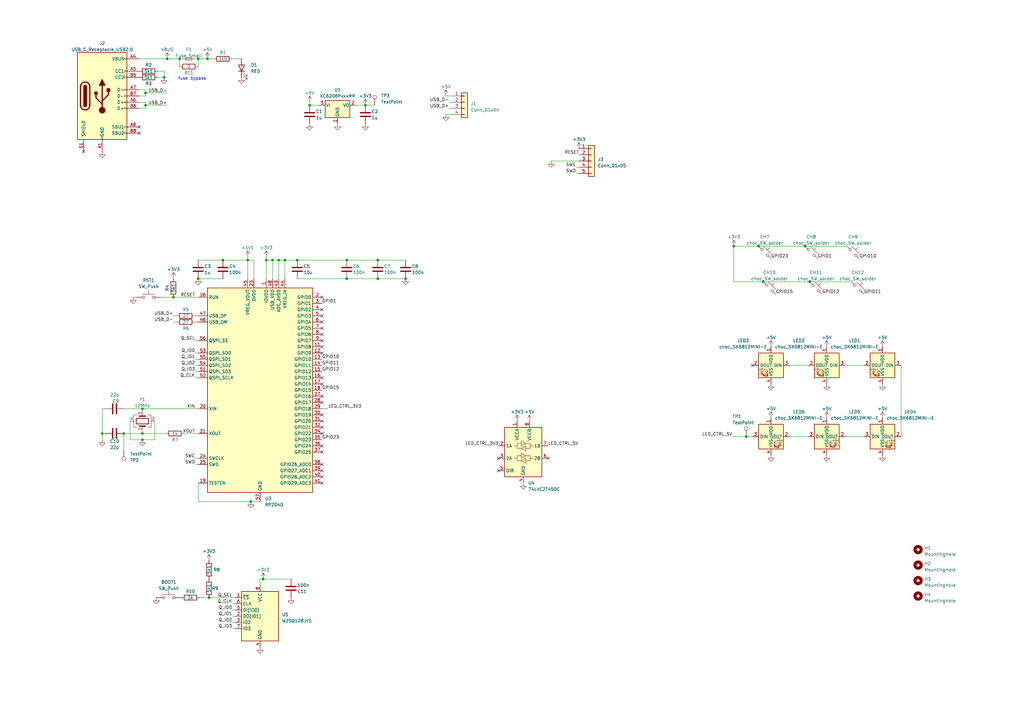
<source format=kicad_sch>
(kicad_sch (version 20230121) (generator eeschema)
  (paper "A3")
  (lib_symbols
    (symbol "Connector:TestPoint" (pin_numbers hide) (pin_names (offset 0.762) hide)
      (property "Reference" "TP" (at 0 6.858 0))
      (property "Value" "TestPoint" (at 0 5.08 0))
      (symbol "TestPoint_0_1"
        (circle (center 0 3.302) (radius 0.762))
      )
      (symbol "TestPoint_1_1"
        (pin passive line (at 0 0 90) (length 2.54) (name "1") (number "1"))
      )
    )
    (symbol "Connector:USB_C_Receptacle_USB2.0" (pin_names (offset 1.016))
      (property "Reference" "J" (at -10.16 19.05 0))
      (property "Value" "USB_C_Receptacle_USB2.0" (at 19.05 19.05 0))
      (symbol "USB_C_Receptacle_USB2.0_0_0"
        (rectangle (start -0.254 -17.78) (end 0.254 -16.764))
        (rectangle (start 10.16 -14.986) (end 9.144 -15.494))
        (rectangle (start 10.16 -12.446) (end 9.144 -12.954))
        (rectangle (start 10.16 -4.826) (end 9.144 -5.334))
        (rectangle (start 10.16 -2.286) (end 9.144 -2.794))
        (rectangle (start 10.16 0.254) (end 9.144 -0.254))
        (rectangle (start 10.16 2.794) (end 9.144 2.286))
        (rectangle (start 10.16 7.874) (end 9.144 7.366))
        (rectangle (start 10.16 10.414) (end 9.144 9.906))
        (rectangle (start 10.16 15.494) (end 9.144 14.986))
      )
      (symbol "USB_C_Receptacle_USB2.0_0_1"
        (rectangle (start -10.16 17.78) (end 10.16 -17.78) (stroke (width 0.254)) (fill (type background)))
        (arc (start -8.89 -3.81) (mid -6.985 -5.7067) (end -5.08 -3.81) (stroke (width 0.508)))
        (arc (start -7.62 -3.81) (mid -6.985 -4.4423) (end -6.35 -3.81) (stroke (width 0.254)))
        (arc (start -7.62 -3.81) (mid -6.985 -4.4423) (end -6.35 -3.81) (stroke (width 0.254)) (fill (type outline)))
        (rectangle (start -7.62 -3.81) (end -6.35 3.81) (stroke (width 0.254)) (fill (type outline)))
        (arc (start -6.35 3.81) (mid -6.985 4.4423) (end -7.62 3.81) (stroke (width 0.254)))
        (arc (start -6.35 3.81) (mid -6.985 4.4423) (end -7.62 3.81) (stroke (width 0.254)) (fill (type outline)))
        (arc (start -5.08 3.81) (mid -6.985 5.7067) (end -8.89 3.81) (stroke (width 0.508)))
        (circle (center -2.54 1.143) (radius 0.635) (stroke (width 0.254)) (fill (type outline)))
        (circle (center 0 -5.842) (radius 1.27) (fill (type outline)))
        (polyline (pts (xy -8.89 -3.81) (xy -8.89 3.81)) (stroke (width 0.508)))
        (polyline (pts (xy -5.08 3.81) (xy -5.08 -3.81)) (stroke (width 0.508)))
        (polyline (pts (xy 0 -5.842) (xy 0 4.318)) (stroke (width 0.508)))
        (polyline (pts (xy 0 -3.302) (xy -2.54 -0.762) (xy -2.54 0.508)) (stroke (width 0.508)))
        (polyline (pts (xy 0 -2.032) (xy 2.54 0.508) (xy 2.54 1.778)) (stroke (width 0.508)))
        (polyline (pts (xy -1.27 4.318) (xy 0 6.858) (xy 1.27 4.318) (xy -1.27 4.318)) (stroke (width 0.254)) (fill (type outline)))
        (rectangle (start 1.905 1.778) (end 3.175 3.048) (stroke (width 0.254)) (fill (type outline)))
      )
      (symbol "USB_C_Receptacle_USB2.0_1_1"
        (pin passive line (at 0 -22.86 90) (length 5.08) (name "GND") (number "A1"))
        (pin passive line (at 0 -22.86 90) (length 5.08) hide (name "GND") (number "A12"))
        (pin passive line (at 15.24 15.24 180) (length 5.08) (name "VBUS") (number "A4"))
        (pin bidirectional line (at 15.24 10.16 180) (length 5.08) (name "CC1") (number "A5"))
        (pin bidirectional line (at 15.24 -2.54 180) (length 5.08) (name "D+") (number "A6"))
        (pin bidirectional line (at 15.24 2.54 180) (length 5.08) (name "D-") (number "A7"))
        (pin bidirectional line (at 15.24 -12.7 180) (length 5.08) (name "SBU1") (number "A8"))
        (pin passive line (at 15.24 15.24 180) (length 5.08) hide (name "VBUS") (number "A9"))
        (pin passive line (at 0 -22.86 90) (length 5.08) hide (name "GND") (number "B1"))
        (pin passive line (at 0 -22.86 90) (length 5.08) hide (name "GND") (number "B12"))
        (pin passive line (at 15.24 15.24 180) (length 5.08) hide (name "VBUS") (number "B4"))
        (pin bidirectional line (at 15.24 7.62 180) (length 5.08) (name "CC2") (number "B5"))
        (pin bidirectional line (at 15.24 -5.08 180) (length 5.08) (name "D+") (number "B6"))
        (pin bidirectional line (at 15.24 0 180) (length 5.08) (name "D-") (number "B7"))
        (pin bidirectional line (at 15.24 -15.24 180) (length 5.08) (name "SBU2") (number "B8"))
        (pin passive line (at 15.24 15.24 180) (length 5.08) hide (name "VBUS") (number "B9"))
        (pin passive line (at -7.62 -22.86 90) (length 5.08) (name "SHIELD") (number "S1"))
      )
    )
    (symbol "Connector_Generic:Conn_01x04" (pin_names (offset 1.016) hide)
      (property "Reference" "J" (at 0 5.08 0))
      (property "Value" "Conn_01x04" (at 0 -7.62 0))
      (symbol "Conn_01x04_1_1"
        (rectangle (start -1.27 -4.953) (end 0 -5.207) (stroke (width 0.1524)))
        (rectangle (start -1.27 -2.413) (end 0 -2.667) (stroke (width 0.1524)))
        (rectangle (start -1.27 0.127) (end 0 -0.127) (stroke (width 0.1524)))
        (rectangle (start -1.27 2.667) (end 0 2.413) (stroke (width 0.1524)))
        (rectangle (start -1.27 3.81) (end 1.27 -6.35) (stroke (width 0.254)) (fill (type background)))
        (pin passive line (at -5.08 2.54 0) (length 3.81) (name "Pin_1") (number "1"))
        (pin passive line (at -5.08 0 0) (length 3.81) (name "Pin_2") (number "2"))
        (pin passive line (at -5.08 -2.54 0) (length 3.81) (name "Pin_3") (number "3"))
        (pin passive line (at -5.08 -5.08 0) (length 3.81) (name "Pin_4") (number "4"))
      )
    )
    (symbol "Connector_Generic:Conn_01x05" (pin_names (offset 1.016) hide)
      (property "Reference" "J" (at 0 7.62 0))
      (property "Value" "Conn_01x05" (at 0 -7.62 0))
      (symbol "Conn_01x05_1_1"
        (rectangle (start -1.27 -4.953) (end 0 -5.207) (stroke (width 0.1524)))
        (rectangle (start -1.27 -2.413) (end 0 -2.667) (stroke (width 0.1524)))
        (rectangle (start -1.27 0.127) (end 0 -0.127) (stroke (width 0.1524)))
        (rectangle (start -1.27 2.667) (end 0 2.413) (stroke (width 0.1524)))
        (rectangle (start -1.27 5.207) (end 0 4.953) (stroke (width 0.1524)))
        (rectangle (start -1.27 6.35) (end 1.27 -6.35) (stroke (width 0.254)) (fill (type background)))
        (pin passive line (at -5.08 5.08 0) (length 3.81) (name "Pin_1") (number "1"))
        (pin passive line (at -5.08 2.54 0) (length 3.81) (name "Pin_2") (number "2"))
        (pin passive line (at -5.08 0 0) (length 3.81) (name "Pin_3") (number "3"))
        (pin passive line (at -5.08 -2.54 0) (length 3.81) (name "Pin_4") (number "4"))
        (pin passive line (at -5.08 -5.08 0) (length 3.81) (name "Pin_5") (number "5"))
      )
    )
    (symbol "Device:C" (pin_numbers hide) (pin_names (offset 0.254))
      (property "Reference" "C" (at 0.635 2.54 0))
      (property "Value" "C" (at 0.635 -2.54 0))
      (symbol "C_0_1"
        (polyline (pts (xy -2.032 -0.762) (xy 2.032 -0.762)) (stroke (width 0.508)))
        (polyline (pts (xy -2.032 0.762) (xy 2.032 0.762)) (stroke (width 0.508)))
      )
      (symbol "C_1_1"
        (pin passive line (at 0 3.81 270) (length 2.794) (name "~") (number "1"))
        (pin passive line (at 0 -3.81 90) (length 2.794) (name "~") (number "2"))
      )
    )
    (symbol "Device:Crystal_GND24" (pin_names (offset 1.016) hide)
      (property "Reference" "Y" (at 3.175 5.08 0))
      (property "Value" "Crystal_GND24" (at 3.175 3.175 0))
      (symbol "Crystal_GND24_0_1"
        (rectangle (start -1.143 2.54) (end 1.143 -2.54) (stroke (width 0.3048)))
        (polyline (pts (xy -2.54 0) (xy -2.032 0)))
        (polyline (pts (xy -2.032 -1.27) (xy -2.032 1.27)) (stroke (width 0.508)))
        (polyline (pts (xy 0 -3.81) (xy 0 -3.556)))
        (polyline (pts (xy 0 3.556) (xy 0 3.81)))
        (polyline (pts (xy 2.032 -1.27) (xy 2.032 1.27)) (stroke (width 0.508)))
        (polyline (pts (xy 2.032 0) (xy 2.54 0)))
        (polyline (pts (xy -2.54 -2.286) (xy -2.54 -3.556) (xy 2.54 -3.556) (xy 2.54 -2.286)))
        (polyline (pts (xy -2.54 2.286) (xy -2.54 3.556) (xy 2.54 3.556) (xy 2.54 2.286)))
      )
      (symbol "Crystal_GND24_1_1"
        (pin passive line (at -3.81 0 0) (length 1.27) (name "1") (number "1"))
        (pin passive line (at 0 5.08 270) (length 1.27) (name "2") (number "2"))
        (pin passive line (at 3.81 0 180) (length 1.27) (name "3") (number "3"))
        (pin passive line (at 0 -5.08 90) (length 1.27) (name "4") (number "4"))
      )
    )
    (symbol "Device:Fuse_Small" (pin_numbers hide) (pin_names (offset 0.254) hide)
      (property "Reference" "F" (at 0 -1.524 0))
      (property "Value" "Fuse_Small" (at 0 1.524 0))
      (symbol "Fuse_Small_0_1"
        (rectangle (start -1.27 0.508) (end 1.27 -0.508))
        (polyline (pts (xy -1.27 0) (xy 1.27 0)))
      )
      (symbol "Fuse_Small_1_1"
        (pin passive line (at -2.54 0 0) (length 1.27) (name "~") (number "1"))
        (pin passive line (at 2.54 0 180) (length 1.27) (name "~") (number "2"))
      )
    )
    (symbol "Device:LED" (pin_numbers hide) (pin_names (offset 1.016) hide)
      (property "Reference" "D" (at 0 2.54 0))
      (property "Value" "LED" (at 0 -2.54 0))
      (symbol "LED_0_1"
        (polyline (pts (xy -1.27 -1.27) (xy -1.27 1.27)) (stroke (width 0.254)))
        (polyline (pts (xy -1.27 0) (xy 1.27 0)))
        (polyline (pts (xy 1.27 -1.27) (xy 1.27 1.27) (xy -1.27 0) (xy 1.27 -1.27)) (stroke (width 0.254)))
        (polyline (pts (xy -3.048 -0.762) (xy -4.572 -2.286) (xy -3.81 -2.286) (xy -4.572 -2.286) (xy -4.572 -1.524)))
        (polyline (pts (xy -1.778 -0.762) (xy -3.302 -2.286) (xy -2.54 -2.286) (xy -3.302 -2.286) (xy -3.302 -1.524)))
      )
      (symbol "LED_1_1"
        (pin passive line (at -3.81 0 0) (length 2.54) (name "K") (number "1"))
        (pin passive line (at 3.81 0 180) (length 2.54) (name "A") (number "2"))
      )
    )
    (symbol "Device:R" (pin_numbers hide) (pin_names (offset 0))
      (property "Reference" "R" (at 2.032 0 90))
      (property "Value" "R" (at 0 0 90))
      (symbol "R_0_1"
        (rectangle (start -1.016 -2.54) (end 1.016 2.54) (stroke (width 0.254)))
      )
      (symbol "R_1_1"
        (pin passive line (at 0 3.81 270) (length 1.27) (name "~") (number "1"))
        (pin passive line (at 0 -3.81 90) (length 1.27) (name "~") (number "2"))
      )
    )
    (symbol "Logic_LevelTranslator:74LVC2T45DC"
      (property "Reference" "U" (at 6.35 -11.43 0))
      (property "Value" "74LVC2T45DC" (at 10.16 11.43 0))
      (symbol "74LVC2T45DC_1_1"
        (rectangle (start -7.62 10.16) (end 7.62 -10.16) (stroke (width 0.254)) (fill (type background)))
        (polyline (pts (xy -2.54 -2.54) (xy -2.54 -1.524) (xy -0.762 -1.524)))
        (polyline (pts (xy -2.54 2.54) (xy -2.54 3.556) (xy -0.762 3.556)))
        (polyline (pts (xy 2.794 -2.54) (xy 2.794 -3.556) (xy 1.016 -3.556)))
        (polyline (pts (xy 2.794 2.54) (xy 2.794 1.524) (xy 1.016 1.524)))
        (polyline (pts (xy -0.762 -3.556) (xy -2.54 -3.556) (xy -2.54 -2.54) (xy -3.81 -2.54)))
        (polyline (pts (xy -0.762 -2.54) (xy -0.762 -0.508) (xy 1.016 -1.524) (xy -0.762 -2.54)))
        (polyline (pts (xy -0.762 1.524) (xy -2.54 1.524) (xy -2.54 2.54) (xy -3.81 2.54)))
        (polyline (pts (xy -0.762 2.54) (xy -0.762 4.572) (xy 1.016 3.556) (xy -0.762 2.54)))
        (polyline (pts (xy 1.016 -1.524) (xy 2.794 -1.524) (xy 2.794 -2.54) (xy 4.064 -2.54)))
        (polyline (pts (xy 1.016 3.556) (xy 2.794 3.556) (xy 2.794 2.54) (xy 4.064 2.54)))
        (polyline (pts (xy 1.016 -2.54) (xy 1.016 -4.318) (xy 1.016 -4.572) (xy -0.762 -3.556) (xy 1.016 -2.54)))
        (polyline (pts (xy 1.016 2.54) (xy 1.016 0.762) (xy 1.016 0.508) (xy -0.762 1.524) (xy 1.016 2.54)))
        (pin power_in line (at -2.54 12.7 270) (length 2.54) (name "VCCA") (number "1"))
        (pin bidirectional line (at -10.16 2.54 0) (length 2.54) (name "1A") (number "2"))
        (pin bidirectional line (at -10.16 -2.54 0) (length 2.54) (name "2A") (number "3"))
        (pin power_in line (at 0 -12.7 90) (length 2.54) (name "GND") (number "4"))
        (pin input line (at -10.16 -7.62 0) (length 2.54) (name "DIR") (number "5"))
        (pin bidirectional line (at 10.16 -2.54 180) (length 2.54) (name "2B") (number "6"))
        (pin bidirectional line (at 10.16 2.54 180) (length 2.54) (name "1B") (number "7"))
        (pin power_in line (at 2.54 12.7 270) (length 2.54) (name "VCCB") (number "8"))
      )
    )
    (symbol "MCU_RaspberryPi:RP2040"
      (property "Reference" "U" (at 17.78 45.72 0))
      (property "Value" "RP2040" (at 17.78 43.18 0))
      (symbol "RP2040_0_1"
        (rectangle (start -21.59 41.91) (end 21.59 -41.91) (stroke (width 0.254)) (fill (type background)))
      )
      (symbol "RP2040_1_1"
        (pin power_in line (at 2.54 45.72 270) (length 3.81) (name "IOVDD") (number "1"))
        (pin passive line (at 2.54 45.72 270) (length 3.81) hide (name "IOVDD") (number "10"))
        (pin bidirectional line (at 25.4 17.78 180) (length 3.81) (name "GPIO8") (number "11"))
        (pin bidirectional line (at 25.4 15.24 180) (length 3.81) (name "GPIO9") (number "12"))
        (pin bidirectional line (at 25.4 12.7 180) (length 3.81) (name "GPIO10") (number "13"))
        (pin bidirectional line (at 25.4 10.16 180) (length 3.81) (name "GPIO11") (number "14"))
        (pin bidirectional line (at 25.4 7.62 180) (length 3.81) (name "GPIO12") (number "15"))
        (pin bidirectional line (at 25.4 5.08 180) (length 3.81) (name "GPIO13") (number "16"))
        (pin bidirectional line (at 25.4 2.54 180) (length 3.81) (name "GPIO14") (number "17"))
        (pin bidirectional line (at 25.4 0 180) (length 3.81) (name "GPIO15") (number "18"))
        (pin input line (at -25.4 -38.1 0) (length 3.81) (name "TESTEN") (number "19"))
        (pin bidirectional line (at 25.4 38.1 180) (length 3.81) (name "GPIO0") (number "2"))
        (pin input line (at -25.4 -7.62 0) (length 3.81) (name "XIN") (number "20"))
        (pin passive line (at -25.4 -17.78 0) (length 3.81) (name "XOUT") (number "21"))
        (pin passive line (at 2.54 45.72 270) (length 3.81) hide (name "IOVDD") (number "22"))
        (pin power_in line (at -2.54 45.72 270) (length 3.81) (name "DVDD") (number "23"))
        (pin output line (at -25.4 -27.94 0) (length 3.81) (name "SWCLK") (number "24"))
        (pin bidirectional line (at -25.4 -30.48 0) (length 3.81) (name "SWD") (number "25"))
        (pin input line (at -25.4 38.1 0) (length 3.81) (name "RUN") (number "26"))
        (pin bidirectional line (at 25.4 -2.54 180) (length 3.81) (name "GPIO16") (number "27"))
        (pin bidirectional line (at 25.4 -5.08 180) (length 3.81) (name "GPIO17") (number "28"))
        (pin bidirectional line (at 25.4 -7.62 180) (length 3.81) (name "GPIO18") (number "29"))
        (pin bidirectional line (at 25.4 35.56 180) (length 3.81) (name "GPIO1") (number "3"))
        (pin bidirectional line (at 25.4 -10.16 180) (length 3.81) (name "GPIO19") (number "30"))
        (pin bidirectional line (at 25.4 -12.7 180) (length 3.81) (name "GPIO20") (number "31"))
        (pin bidirectional line (at 25.4 -15.24 180) (length 3.81) (name "GPIO21") (number "32"))
        (pin passive line (at 2.54 45.72 270) (length 3.81) hide (name "IOVDD") (number "33"))
        (pin bidirectional line (at 25.4 -17.78 180) (length 3.81) (name "GPIO22") (number "34"))
        (pin bidirectional line (at 25.4 -20.32 180) (length 3.81) (name "GPIO23") (number "35"))
        (pin bidirectional line (at 25.4 -22.86 180) (length 3.81) (name "GPIO24") (number "36"))
        (pin bidirectional line (at 25.4 -25.4 180) (length 3.81) (name "GPIO25") (number "37"))
        (pin bidirectional line (at 25.4 -30.48 180) (length 3.81) (name "GPIO26_ADC0") (number "38"))
        (pin bidirectional line (at 25.4 -33.02 180) (length 3.81) (name "GPIO27_ADC1") (number "39"))
        (pin bidirectional line (at 25.4 33.02 180) (length 3.81) (name "GPIO2") (number "4"))
        (pin bidirectional line (at 25.4 -35.56 180) (length 3.81) (name "GPIO28_ADC2") (number "40"))
        (pin bidirectional line (at 25.4 -38.1 180) (length 3.81) (name "GPIO29_ADC3") (number "41"))
        (pin passive line (at 2.54 45.72 270) (length 3.81) hide (name "IOVDD") (number "42"))
        (pin power_in line (at 7.62 45.72 270) (length 3.81) (name "ADC_AVDD") (number "43"))
        (pin power_in line (at 10.16 45.72 270) (length 3.81) (name "VREG_IN") (number "44"))
        (pin power_out line (at -5.08 45.72 270) (length 3.81) (name "VREG_VOUT") (number "45"))
        (pin bidirectional line (at -25.4 27.94 0) (length 3.81) (name "USB_DM") (number "46"))
        (pin bidirectional line (at -25.4 30.48 0) (length 3.81) (name "USB_DP") (number "47"))
        (pin power_in line (at 5.08 45.72 270) (length 3.81) (name "USB_VDD") (number "48"))
        (pin passive line (at 2.54 45.72 270) (length 3.81) hide (name "IOVDD") (number "49"))
        (pin bidirectional line (at 25.4 30.48 180) (length 3.81) (name "GPIO3") (number "5"))
        (pin passive line (at -2.54 45.72 270) (length 3.81) hide (name "DVDD") (number "50"))
        (pin bidirectional line (at -25.4 7.62 0) (length 3.81) (name "QSPI_SD3") (number "51"))
        (pin output line (at -25.4 5.08 0) (length 3.81) (name "QSPI_SCLK") (number "52"))
        (pin bidirectional line (at -25.4 15.24 0) (length 3.81) (name "QSPI_SD0") (number "53"))
        (pin bidirectional line (at -25.4 10.16 0) (length 3.81) (name "QSPI_SD2") (number "54"))
        (pin bidirectional line (at -25.4 12.7 0) (length 3.81) (name "QSPI_SD1") (number "55"))
        (pin bidirectional line (at -25.4 20.32 0) (length 3.81) (name "QSPI_SS") (number "56"))
        (pin power_in line (at 0 -45.72 90) (length 3.81) (name "GND") (number "57"))
        (pin bidirectional line (at 25.4 27.94 180) (length 3.81) (name "GPIO4") (number "6"))
        (pin bidirectional line (at 25.4 25.4 180) (length 3.81) (name "GPIO5") (number "7"))
        (pin bidirectional line (at 25.4 22.86 180) (length 3.81) (name "GPIO6") (number "8"))
        (pin bidirectional line (at 25.4 20.32 180) (length 3.81) (name "GPIO7") (number "9"))
      )
    )
    (symbol "Mechanical:MountingHole" (pin_names (offset 1.016))
      (property "Reference" "H" (at 0 5.08 0))
      (property "Value" "MountingHole" (at 0 3.175 0))
      (symbol "MountingHole_0_1"
        (circle (center 0 0) (radius 1.27) (stroke (width 1.27)))
      )
    )
    (symbol "Memory_Flash:W25Q128JVS"
      (property "Reference" "U" (at -8.89 8.89 0))
      (property "Value" "W25Q128JVS" (at 7.62 8.89 0))
      (symbol "W25Q128JVS_0_1"
        (rectangle (start -7.62 10.16) (end 7.62 -10.16) (stroke (width 0.254)) (fill (type background)))
      )
      (symbol "W25Q128JVS_1_1"
        (pin input line (at -10.16 7.62 0) (length 2.54) (name "~{CS}") (number "1"))
        (pin bidirectional line (at -10.16 0 0) (length 2.54) (name "DO(IO1)") (number "2"))
        (pin bidirectional line (at -10.16 -2.54 0) (length 2.54) (name "IO2") (number "3"))
        (pin power_in line (at 0 -12.7 90) (length 2.54) (name "GND") (number "4"))
        (pin bidirectional line (at -10.16 2.54 0) (length 2.54) (name "DI(IO0)") (number "5"))
        (pin input line (at -10.16 5.08 0) (length 2.54) (name "CLK") (number "6"))
        (pin bidirectional line (at -10.16 -5.08 0) (length 2.54) (name "IO3") (number "7"))
        (pin power_in line (at 0 12.7 270) (length 2.54) (name "VCC") (number "8"))
      )
    )
    (symbol "PCM_marbastlib-choc:choc_SK6812MINI-E"
      (property "Reference" "LED" (at 2.54 6.35 0))
      (property "Value" "choc_SK6812MINI-E" (at 10.795 -6.35 0))
      (symbol "choc_SK6812MINI-E_0_0"
        (text "RGB" (at 2.286 -4.191 0) (effects (font (size 0.762 0.762))))
      )
      (symbol "choc_SK6812MINI-E_0_1"
        (rectangle (start -5.08 5.08) (end 5.08 -5.08) (stroke (width 0.254)) (fill (type background)))
        (polyline (pts (xy 1.27 -3.556) (xy 1.778 -3.556)))
        (polyline (pts (xy 1.27 -2.54) (xy 1.778 -2.54)))
        (polyline (pts (xy 4.699 -3.556) (xy 2.667 -3.556)))
        (polyline (pts (xy 2.286 -2.54) (xy 1.27 -3.556) (xy 1.27 -3.048)))
        (polyline (pts (xy 2.286 -1.524) (xy 1.27 -2.54) (xy 1.27 -2.032)))
        (polyline (pts (xy 3.683 -1.016) (xy 3.683 -3.556) (xy 3.683 -4.064)))
        (polyline (pts (xy 4.699 -1.524) (xy 2.667 -1.524) (xy 3.683 -3.556) (xy 4.699 -1.524)))
      )
      (symbol "choc_SK6812MINI-E_1_1"
        (pin power_in line (at 0 7.62 270) (length 2.54) (name "VDD") (number "1"))
        (pin output line (at 7.62 0 180) (length 2.54) (name "DOUT") (number "2"))
        (pin input line (at -7.62 0 0) (length 2.54) (name "DIN") (number "3"))
        (pin power_in line (at 0 -7.62 90) (length 2.54) (name "VSS") (number "4"))
      )
    )
    (symbol "PCM_marbastlib-choc:choc_SW_solder" (pin_numbers hide) (pin_names (offset 1.016) hide)
      (property "Reference" "CH" (at 3.048 1.016 0))
      (property "Value" "choc_SW_solder" (at 0 -3.81 0))
      (symbol "choc_SW_solder_0_1"
        (circle (center -1.1684 1.1684) (radius 0.508))
        (polyline (pts (xy -0.508 2.54) (xy 2.54 -0.508)))
        (polyline (pts (xy 1.016 1.016) (xy 2.032 2.032)))
        (polyline (pts (xy -2.54 2.54) (xy -1.524 1.524) (xy -1.524 1.524)))
        (polyline (pts (xy 1.524 -1.524) (xy 2.54 -2.54) (xy 2.54 -2.54) (xy 2.54 -2.54)))
        (circle (center 1.143 -1.1938) (radius 0.508))
        (pin passive line (at -2.54 2.54 0) (length 0) (name "1") (number "1"))
        (pin passive line (at 2.54 -2.54 180) (length 0) (name "2") (number "2"))
      )
    )
    (symbol "Regulator_Linear:XC6206PxxxMR" (pin_names (offset 0.254))
      (property "Reference" "U" (at -3.81 3.175 0))
      (property "Value" "XC6206PxxxMR" (at 0 3.175 0))
      (symbol "XC6206PxxxMR_0_1"
        (rectangle (start -5.08 1.905) (end 5.08 -5.08) (stroke (width 0.254)) (fill (type background)))
      )
      (symbol "XC6206PxxxMR_1_1"
        (pin power_in line (at 0 -7.62 90) (length 2.54) (name "GND") (number "1"))
        (pin power_out line (at 7.62 0 180) (length 2.54) (name "VO") (number "2"))
        (pin power_in line (at -7.62 0 0) (length 2.54) (name "VI") (number "3"))
      )
    )
    (symbol "Switch:SW_Push" (pin_numbers hide) (pin_names (offset 1.016) hide)
      (property "Reference" "SW" (at 1.27 2.54 0))
      (property "Value" "SW_Push" (at 0 -1.524 0))
      (symbol "SW_Push_0_1"
        (circle (center -2.032 0) (radius 0.508))
        (polyline (pts (xy 0 1.27) (xy 0 3.048)))
        (polyline (pts (xy 2.54 1.27) (xy -2.54 1.27)))
        (circle (center 2.032 0) (radius 0.508))
        (pin passive line (at -5.08 0 0) (length 2.54) (name "1") (number "1"))
        (pin passive line (at 5.08 0 180) (length 2.54) (name "2") (number "2"))
      )
    )
    (symbol "power:+1V1" (power) (pin_names (offset 0))
      (property "Value" "+1V1" (at 0 3.556 0))
      (symbol "+1V1_0_1"
        (polyline (pts (xy -0.762 1.27) (xy 0 2.54)))
        (polyline (pts (xy 0 0) (xy 0 2.54)))
        (polyline (pts (xy 0 2.54) (xy 0.762 1.27)))
      )
      (symbol "+1V1_1_1"
        (pin power_in line (at 0 0 90) (length 0) hide (name "+1V1") (number "1"))
      )
    )
    (symbol "power:+3V3" (power) (pin_names (offset 0))
      (property "Value" "+3V3" (at 0 3.556 0))
      (symbol "+3V3_0_1"
        (polyline (pts (xy -0.762 1.27) (xy 0 2.54)))
        (polyline (pts (xy 0 0) (xy 0 2.54)))
        (polyline (pts (xy 0 2.54) (xy 0.762 1.27)))
      )
      (symbol "+3V3_1_1"
        (pin power_in line (at 0 0 90) (length 0) hide (name "+3V3") (number "1"))
      )
    )
    (symbol "power:+5V" (power) (pin_names (offset 0))
      (property "Value" "+5V" (at 0 3.556 0))
      (symbol "+5V_0_1"
        (polyline (pts (xy -0.762 1.27) (xy 0 2.54)))
        (polyline (pts (xy 0 0) (xy 0 2.54)))
        (polyline (pts (xy 0 2.54) (xy 0.762 1.27)))
      )
      (symbol "+5V_1_1"
        (pin power_in line (at 0 0 90) (length 0) hide (name "+5V") (number "1"))
      )
    )
    (symbol "power:GND" (power) (pin_names (offset 0))
      (property "Value" "GND" (at 0 -3.81 0))
      (symbol "GND_0_1"
        (polyline (pts (xy 0 0) (xy 0 -1.27) (xy 1.27 -1.27) (xy 0 -2.54) (xy -1.27 -1.27) (xy 0 -1.27)))
      )
      (symbol "GND_1_1"
        (pin power_in line (at 0 0 270) (length 0) hide (name "GND") (number "1"))
      )
    )
    (symbol "power:VBUS" (power) (pin_names (offset 0))
      (property "Value" "VBUS" (at 0 3.81 0))
      (symbol "VBUS_0_1"
        (polyline (pts (xy -0.762 1.27) (xy 0 2.54)))
        (polyline (pts (xy 0 0) (xy 0 2.54)))
        (polyline (pts (xy 0 2.54) (xy 0.762 1.27)))
      )
      (symbol "VBUS_1_1"
        (pin power_in line (at 0 0 90) (length 0) hide (name "VBUS") (number "1"))
      )
    )
  )
  (junction (at 142.24 106.68))
  (junction (at 85.09 24.13))
  (junction (at 91.44 106.68))
  (junction (at 111.76 106.68))
  (junction (at 59.69 38.1))
  (junction (at 67.31 31.75))
  (junction (at 58.42 167.64))
  (junction (at 166.37 114.3))
  (junction (at 306.07 179.07))
  (junction (at 101.6 106.68))
  (junction (at 114.3 106.68))
  (junction (at 109.22 106.68))
  (junction (at 107.95 237.49))
  (junction (at 127 43.18))
  (junction (at 59.69 43.18))
  (junction (at 81.28 114.3))
  (junction (at 313.055 115.57))
  (junction (at 121.92 106.68))
  (junction (at 332.105 115.57))
  (junction (at 85.725 245.11))
  (junction (at 154.94 106.68))
  (junction (at 102.87 205.74))
  (junction (at 142.24 114.3))
  (junction (at 311.15 100.965))
  (junction (at 300.99 100.965))
  (junction (at 41.91 177.8))
  (junction (at 50.8 177.8))
  (junction (at 330.2 100.965))
  (junction (at 58.42 177.8))
  (junction (at 149.86 43.18))
  (junction (at 73.66 24.13))
  (junction (at 71.12 121.92))
  (junction (at 58.42 180.34))
  (junction (at 68.58 24.13))
  (junction (at 81.28 24.13))
  (junction (at 154.94 114.3))
  (junction (at 116.84 106.68))
  (no_connect (at 132.08 134.62))
  (no_connect (at 132.08 190.5))
  (no_connect (at 204.47 187.96))
  (no_connect (at 132.08 142.24))
  (no_connect (at 204.47 193.04))
  (no_connect (at 34.29 62.23))
  (no_connect (at 132.08 182.88))
  (no_connect (at 132.08 154.94))
  (no_connect (at 132.08 177.8))
  (no_connect (at 132.08 139.7))
  (no_connect (at 132.08 165.1))
  (no_connect (at 132.08 129.54))
  (no_connect (at 132.08 175.26))
  (no_connect (at 132.08 195.58))
  (no_connect (at 224.79 187.96))
  (no_connect (at 132.08 144.78))
  (no_connect (at 132.08 170.18))
  (no_connect (at 132.08 127))
  (no_connect (at 132.08 193.04))
  (no_connect (at 132.08 162.56))
  (no_connect (at 57.15 54.61))
  (no_connect (at 132.08 198.12))
  (no_connect (at 132.08 185.42))
  (no_connect (at 57.15 52.07))
  (no_connect (at 132.08 132.08))
  (no_connect (at 308.61 149.86))
  (no_connect (at 132.08 121.92))
  (no_connect (at 132.08 172.72))
  (no_connect (at 132.08 137.16))
  (no_connect (at 132.08 157.48))
  (wire (pts (xy 58.42 180.34) (xy 53.34 180.34)))
  (wire (pts (xy 75.565 177.8) (xy 81.28 177.8)))
  (wire (pts (xy 80.01 147.32) (xy 81.28 147.32)))
  (wire (pts (xy 306.07 179.07) (xy 308.61 179.07)))
  (wire (pts (xy 63.5 172.72) (xy 63.5 180.34)))
  (wire (pts (xy 57.15 41.91) (xy 59.69 41.91)))
  (wire (pts (xy 114.3 106.68) (xy 114.3 114.3)))
  (wire (pts (xy 59.69 38.1) (xy 59.69 39.37)))
  (wire (pts (xy 300.355 179.07) (xy 306.07 179.07)))
  (wire (pts (xy 236.22 68.58) (xy 237.49 68.58)))
  (wire (pts (xy 236.22 71.12) (xy 237.49 71.12)))
  (wire (pts (xy 300.99 100.965) (xy 311.15 100.965)))
  (wire (pts (xy 95.25 255.27) (xy 96.52 255.27)))
  (wire (pts (xy 311.15 100.965) (xy 330.2 100.965)))
  (wire (pts (xy 104.14 106.68) (xy 104.14 114.3)))
  (wire (pts (xy 80.01 24.13) (xy 81.28 24.13)))
  (wire (pts (xy 111.76 106.68) (xy 114.3 106.68)))
  (wire (pts (xy 63.5 180.34) (xy 58.42 180.34)))
  (wire (pts (xy 59.69 36.83) (xy 59.69 38.1)))
  (wire (pts (xy 182.88 39.37) (xy 185.42 39.37)))
  (wire (pts (xy 71.12 121.92) (xy 81.28 121.92)))
  (wire (pts (xy 80.01 187.96) (xy 81.28 187.96)))
  (wire (pts (xy 101.6 106.68) (xy 104.14 106.68)))
  (wire (pts (xy 85.09 24.13) (xy 87.63 24.13)))
  (wire (pts (xy 106.68 237.49) (xy 107.95 237.49)))
  (wire (pts (xy 109.22 106.68) (xy 109.22 114.3)))
  (wire (pts (xy 107.95 237.49) (xy 119.38 237.49)))
  (wire (pts (xy 81.28 198.12) (xy 81.28 205.74)))
  (wire (pts (xy 80.01 149.86) (xy 81.28 149.86)))
  (wire (pts (xy 64.77 29.21) (xy 67.31 29.21)))
  (wire (pts (xy 330.2 100.965) (xy 347.345 100.965)))
  (wire (pts (xy 300.99 100.965) (xy 300.99 115.57)))
  (wire (pts (xy 57.15 44.45) (xy 59.69 44.45)))
  (wire (pts (xy 50.8 184.785) (xy 50.8 177.8)))
  (wire (pts (xy 146.05 43.18) (xy 149.86 43.18)))
  (wire (pts (xy 95.25 250.19) (xy 96.52 250.19)))
  (wire (pts (xy 58.42 167.64) (xy 81.28 167.64)))
  (wire (pts (xy 57.15 36.83) (xy 59.69 36.83)))
  (wire (pts (xy 80.01 132.08) (xy 81.28 132.08)))
  (wire (pts (xy 95.25 252.73) (xy 96.52 252.73)))
  (wire (pts (xy 59.69 43.18) (xy 59.69 44.45)))
  (wire (pts (xy 81.28 205.74) (xy 102.87 205.74)))
  (wire (pts (xy 346.71 149.86) (xy 354.33 149.86)))
  (wire (pts (xy 80.01 139.7) (xy 81.28 139.7)))
  (wire (pts (xy 142.24 106.68) (xy 154.94 106.68)))
  (wire (pts (xy 111.76 106.68) (xy 111.76 114.3)))
  (wire (pts (xy 54.61 121.92) (xy 55.88 121.92)))
  (wire (pts (xy 81.28 106.68) (xy 91.44 106.68)))
  (wire (pts (xy 50.8 177.8) (xy 58.42 177.8)))
  (wire (pts (xy 66.04 121.92) (xy 71.12 121.92)))
  (wire (pts (xy 226.06 66.04) (xy 237.49 66.04)))
  (wire (pts (xy 81.28 24.13) (xy 85.09 24.13)))
  (wire (pts (xy 154.94 106.68) (xy 166.37 106.68)))
  (wire (pts (xy 59.69 41.91) (xy 59.69 43.18)))
  (wire (pts (xy 142.24 114.3) (xy 154.94 114.3)))
  (wire (pts (xy 91.44 106.68) (xy 101.6 106.68)))
  (wire (pts (xy 332.105 115.57) (xy 349.25 115.57)))
  (wire (pts (xy 95.25 247.65) (xy 96.52 247.65)))
  (wire (pts (xy 57.15 39.37) (xy 59.69 39.37)))
  (wire (pts (xy 80.01 190.5) (xy 81.28 190.5)))
  (wire (pts (xy 101.6 105.41) (xy 101.6 106.68)))
  (wire (pts (xy 346.71 179.07) (xy 354.33 179.07)))
  (wire (pts (xy 182.88 46.99) (xy 185.42 46.99)))
  (wire (pts (xy 67.31 29.21) (xy 67.31 31.75)))
  (wire (pts (xy 127 41.91) (xy 127 43.18)))
  (wire (pts (xy 323.85 149.86) (xy 331.47 149.86)))
  (wire (pts (xy 154.94 114.3) (xy 166.37 114.3)))
  (wire (pts (xy 323.85 179.07) (xy 331.47 179.07)))
  (wire (pts (xy 184.15 44.45) (xy 185.42 44.45)))
  (wire (pts (xy 58.42 176.53) (xy 58.42 177.8)))
  (wire (pts (xy 41.91 177.8) (xy 43.18 177.8)))
  (wire (pts (xy 71.12 129.54) (xy 72.39 129.54)))
  (wire (pts (xy 41.91 180.34) (xy 41.91 177.8)))
  (wire (pts (xy 80.01 129.54) (xy 81.28 129.54)))
  (wire (pts (xy 50.8 167.64) (xy 58.42 167.64)))
  (wire (pts (xy 313.055 115.57) (xy 332.105 115.57)))
  (wire (pts (xy 102.87 205.74) (xy 106.68 205.74)))
  (wire (pts (xy 43.18 167.64) (xy 41.91 167.64)))
  (wire (pts (xy 58.42 177.8) (xy 67.945 177.8)))
  (wire (pts (xy 71.12 132.08) (xy 72.39 132.08)))
  (wire (pts (xy 121.92 106.68) (xy 142.24 106.68)))
  (wire (pts (xy 73.66 24.13) (xy 74.93 24.13)))
  (wire (pts (xy 67.31 31.75) (xy 64.77 31.75)))
  (wire (pts (xy 127 43.18) (xy 130.81 43.18)))
  (wire (pts (xy 41.91 167.64) (xy 41.91 177.8)))
  (wire (pts (xy 59.69 38.1) (xy 68.58 38.1)))
  (wire (pts (xy 81.915 245.11) (xy 85.725 245.11)))
  (wire (pts (xy 116.84 106.68) (xy 116.84 114.3)))
  (wire (pts (xy 73.66 24.13) (xy 73.66 27.305)))
  (wire (pts (xy 369.57 149.86) (xy 369.57 179.07)))
  (wire (pts (xy 184.15 41.91) (xy 185.42 41.91)))
  (wire (pts (xy 80.01 144.78) (xy 81.28 144.78)))
  (wire (pts (xy 81.28 24.13) (xy 81.28 27.305)))
  (wire (pts (xy 85.725 245.11) (xy 96.52 245.11)))
  (wire (pts (xy 149.86 43.18) (xy 153.67 43.18)))
  (wire (pts (xy 109.22 106.68) (xy 111.76 106.68)))
  (wire (pts (xy 80.01 152.4) (xy 81.28 152.4)))
  (wire (pts (xy 53.34 180.34) (xy 53.34 172.72)))
  (wire (pts (xy 81.28 114.3) (xy 91.44 114.3)))
  (wire (pts (xy 134.62 167.64) (xy 132.08 167.64)))
  (wire (pts (xy 116.84 106.68) (xy 121.92 106.68)))
  (wire (pts (xy 59.69 43.18) (xy 68.58 43.18)))
  (wire (pts (xy 121.92 114.3) (xy 142.24 114.3)))
  (wire (pts (xy 80.01 154.94) (xy 81.28 154.94)))
  (wire (pts (xy 106.68 237.49) (xy 106.68 240.03)))
  (wire (pts (xy 58.42 167.64) (xy 58.42 168.91)))
  (wire (pts (xy 95.25 24.13) (xy 99.06 24.13)))
  (wire (pts (xy 313.055 115.57) (xy 300.99 115.57)))
  (wire (pts (xy 101.6 106.68) (xy 101.6 114.3)))
  (wire (pts (xy 95.25 257.81) (xy 96.52 257.81)))
  (wire (pts (xy 114.3 106.68) (xy 116.84 106.68)))
  (wire (pts (xy 109.22 105.41) (xy 109.22 106.68)))
  (wire (pts (xy 57.15 24.13) (xy 68.58 24.13)))
  (wire (pts (xy 68.58 24.13) (xy 73.66 24.13)))
  (text "fuse bypass\n" (at 73.025 33.02 0) (effects (font (size 1.27 1.27)) (justify left bottom)))
  (label "GPIO11" (at 132.08 149.86 0))
  (label "SWC" (at 80.01 187.96 180))
  (label "RESET" (at 237.49 63.5 180))
  (label "Q_IO1" (at 95.25 252.73 180))
  (label "Q_IO3" (at 95.25 257.81 180))
  (label "USB_D-" (at 184.15 41.91 180))
  (label "Q_IO2" (at 95.25 255.27 180))
  (label "SWC" (at 236.22 68.58 180))
  (label "USB_D+" (at 71.12 129.54 180))
  (label "USB_D-" (at 68.58 38.1 180))
  (label "Q_IO0" (at 95.25 250.19 180))
  (label "USB_D-" (at 71.12 132.08 180))
  (label "Q_IO2" (at 80.01 149.86 180))
  (label "Q_IO1" (at 80.01 147.32 180))
  (label "GPIO15" (at 132.08 160.02 0))
  (label "Q_CLK" (at 80.01 154.94 180))
  (label "GPIO1" (at 335.28 106.045 0))
  (label "Q_IO3" (at 80.01 152.4 180))
  (label "LED_CTRL_3V3" (at 204.47 182.88 180))
  (label "GPIO10" (at 132.08 147.32 0))
  (label "RESET" (at 80.01 121.92 180))
  (label "LED_CTRL_5V" (at 300.355 179.07 180))
  (label "USB_D+" (at 184.15 44.45 180))
  (label "XIN" (at 80.01 167.64 180))
  (label "GPIO11" (at 354.33 120.65 0))
  (label "LED_CTRL_5V" (at 224.79 182.88 0))
  (label "GPIO23" (at 316.23 106.045 0))
  (label "GPIO23" (at 132.08 180.34 0))
  (label "USB_D+" (at 68.58 43.18 180))
  (label "GPIO10" (at 352.425 106.045 0))
  (label "XOUT" (at 80.01 177.8 180))
  (label "SWD" (at 236.22 71.12 180))
  (label "GPIO15" (at 318.135 120.65 0))
  (label "Q_IO0" (at 80.01 144.78 180))
  (label "LED_CTRL_3V3" (at 134.62 167.64 0))
  (label "GPIO1" (at 132.08 124.46 0))
  (label "Q_SEL" (at 95.25 245.11 180))
  (label "SWD" (at 80.01 190.5 180))
  (label "Q_SEL" (at 80.01 139.7 180))
  (label "Q_CLK" (at 95.25 247.65 180))
  (label "GPIO12" (at 132.08 152.4 0))
  (label "GPIO12" (at 337.185 120.65 0))
  (symbol (lib_id "power:GND") (at 41.91 180.34 0) (mirror y) (unit 1)
    (property "Reference" "#PWR037" (effects hide))
    (property "Value" "GND" (effects hide))
  )
  (symbol (lib_id "power:GND") (at 339.09 186.69 0) (mirror y) (unit 1)
    (property "Reference" "#PWR035" (effects hide))
    (property "Value" "GND" (effects hide))
  )
  (symbol (lib_id "PCM_marbastlib-choc:choc_SK6812MINI-E") (at 316.23 179.07 0) (unit 1)
    (property "Reference" "LED6" (at 327.66 168.91 0))
    (property "Value" "choc_SK6812MINI-E" (at 327.66 171.45 0))
    (property "Footprint" "PCM_marbastlib-choc:LED_choc_6028R" (effects hide))
  )
  (symbol (lib_id "power:+3V3") (at 300.99 100.965 0) (unit 1)
    (property "Reference" "#PWR046" (effects hide))
    (property "Value" "+3V3" (at 300.99 97.155 0))
  )
  (symbol (lib_id "Switch:SW_Push") (at 60.96 121.92 0) (unit 1)
    (property "Reference" "RST1" (at 60.96 114.935 0))
    (property "Value" "SW_Push" (at 60.96 117.475 0))
    (property "Footprint" "Button_Switch_SMD:SW_Tactile_SPST_NO_Straight_CK_PTS636Sx25SMTRLFS" (effects hide))
  )
  (symbol (lib_id "PCM_marbastlib-choc:choc_SK6812MINI-E") (at 339.09 179.07 0) (unit 1)
    (property "Reference" "LED5" (at 350.52 168.91 0))
    (property "Value" "choc_SK6812MINI-E" (at 350.52 171.45 0))
    (property "Footprint" "PCM_marbastlib-choc:LED_choc_6028R" (effects hide))
  )
  (symbol (lib_id "Device:LED") (at 99.06 27.94 90) (unit 1)
    (property "Reference" "D1" (at 102.87 26.67 90) (effects (justify right)))
    (property "Value" "RED" (at 102.87 29.21 90) (effects (justify right)))
    (property "Footprint" "LED_SMD:LED_0402_1005Metric_Pad0.77x0.64mm_HandSolder" (effects hide))
  )
  (symbol (lib_id "Device:R") (at 71.755 177.8 270) (unit 1)
    (property "Reference" "R7" (at 71.755 180.34 90))
    (property "Value" "1k" (at 71.755 177.8 90))
    (property "Footprint" "Resistor_SMD:R_0402_1005Metric" (effects hide))
  )
  (symbol (lib_id "Mechanical:MountingHole") (at 376.555 231.775 0) (unit 1)
    (property "Reference" "H2" (at 379.095 231.14 0) (effects (justify left)))
    (property "Value" "MountingHole" (at 379.095 233.68 0) (effects (justify left)))
    (property "Footprint" "MountingHole:MountingHole_2.5mm" (effects hide))
  )
  (symbol (lib_id "power:GND") (at 106.68 265.43 0) (mirror y) (unit 1)
    (property "Reference" "#PWR045" (effects hide))
    (property "Value" "GND" (effects hide))
  )
  (symbol (lib_id "PCM_marbastlib-choc:choc_SW_solder") (at 349.885 103.505 0) (unit 1)
    (property "Reference" "CH9" (at 349.885 97.155 0))
    (property "Value" "choc_SW_solder" (at 349.885 99.695 0))
    (property "Footprint" "PCM_marbastlib-choc:SW_choc_v1_1u" (effects hide))
  )
  (symbol (lib_id "power:GND") (at 99.06 31.75 0) (mirror y) (unit 1)
    (property "Reference" "#PWR011" (effects hide))
    (property "Value" "GND" (effects hide))
  )
  (symbol (lib_id "Device:C") (at 166.37 110.49 0) (unit 1)
    (property "Reference" "C8" (at 168.91 109.22 0) (effects (justify left)))
    (property "Value" "100n" (at 168.91 111.76 0) (effects (justify left)))
    (property "Footprint" "Capacitor_SMD:C_0402_1005Metric" (effects hide))
  )
  (symbol (lib_id "Device:R") (at 76.2 132.08 270) (unit 1)
    (property "Reference" "R6" (at 76.2 134.62 90))
    (property "Value" "27" (at 76.2 132.08 90))
    (property "Footprint" "Resistor_SMD:R_0402_1005Metric" (effects hide))
  )
  (symbol (lib_id "Switch:SW_Push") (at 69.215 245.11 0) (unit 1)
    (property "Reference" "BOOT1" (at 69.215 238.76 0))
    (property "Value" "SW_Push" (at 69.215 241.3 0))
    (property "Footprint" "Button_Switch_SMD:SW_Tactile_SPST_NO_Straight_CK_PTS636Sx25SMTRLFS" (effects hide))
  )
  (symbol (lib_id "power:GND") (at 166.37 114.3 0) (mirror y) (unit 1)
    (property "Reference" "#PWR021" (effects hide))
    (property "Value" "GND" (effects hide))
  )
  (symbol (lib_id "MCU_RaspberryPi:RP2040") (at 106.68 160.02 0) (unit 1)
    (property "Reference" "U3" (at 108.6359 204.47 0) (effects (justify left)))
    (property "Value" "RP2040" (at 108.6359 207.01 0) (effects (justify left)))
    (property "Footprint" "Package_DFN_QFN:QFN-56-1EP_7x7mm_P0.4mm_EP3.2x3.2mm" (effects hide))
    (property "Datasheet" "https://datasheets.raspberrypi.com/rp2040/rp2040-datasheet.pdf" (effects hide))
  )
  (symbol (lib_id "Device:C") (at 142.24 110.49 0) (unit 1)
    (property "Reference" "C6" (at 144.78 109.22 0) (effects (justify left)))
    (property "Value" "100n" (at 144.78 111.76 0) (effects (justify left)))
    (property "Footprint" "Capacitor_SMD:C_0402_1005Metric" (effects hide))
  )
  (symbol (lib_id "Logic_LevelTranslator:74LVC2T45DC") (at 214.63 185.42 0) (unit 1)
    (property "Reference" "U4" (at 216.5859 198.12 0) (effects (justify left)))
    (property "Value" "74LVC2T45DC" (at 216.5859 200.66 0) (effects (justify left)))
    (property "Footprint" "Package_SO:VSSOP-8_2.3x2mm_P0.5mm" (effects hide))
    (property "Datasheet" "https://assets.nexperia.com/documents/data-sheet/74LVC_LVCH2T45.pdf" (effects hide))
  )
  (symbol (lib_id "power:+5V") (at 339.09 171.45 0) (unit 1)
    (property "Reference" "#PWR030" (effects hide))
    (property "Value" "+5V" (at 339.09 167.64 0))
  )
  (symbol (lib_id "power:GND") (at 67.31 31.75 0) (mirror y) (unit 1)
    (property "Reference" "#PWR010" (effects hide))
    (property "Value" "GND" (effects hide))
  )
  (symbol (lib_id "power:GND") (at 182.88 46.99 0) (mirror y) (unit 1)
    (property "Reference" "#PWR09" (effects hide))
    (property "Value" "GND" (effects hide))
  )
  (symbol (lib_id "power:+3V3") (at 237.49 60.96 0) (unit 1)
    (property "Reference" "#PWR013" (effects hide))
    (property "Value" "+3V3" (at 237.49 57.15 0))
  )
  (symbol (lib_id "Device:C") (at 149.86 46.99 0) (unit 1)
    (property "Reference" "C2" (at 152.4 45.72 0) (effects (justify left)))
    (property "Value" "1u" (at 152.4 48.26 0) (effects (justify left)))
    (property "Footprint" "Capacitor_SMD:C_0402_1005Metric" (effects hide))
  )
  (symbol (lib_id "power:+5V") (at 217.17 172.72 0) (unit 1)
    (property "Reference" "#PWR033" (effects hide))
    (property "Value" "+5V" (at 217.17 168.91 0))
  )
  (symbol (lib_id "PCM_marbastlib-choc:choc_SK6812MINI-E") (at 316.23 149.86 0) (mirror y) (unit 1)
    (property "Reference" "LED3" (at 304.8 139.7 0))
    (property "Value" "choc_SK6812MINI-E" (at 304.8 142.24 0))
    (property "Footprint" "PCM_marbastlib-choc:LED_choc_6028R" (effects hide))
  )
  (symbol (lib_id "Device:C") (at 127 46.99 0) (unit 1)
    (property "Reference" "C1" (at 129.54 45.72 0) (effects (justify left)))
    (property "Value" "1u" (at 129.54 48.26 0) (effects (justify left)))
    (property "Footprint" "Capacitor_SMD:C_0402_1005Metric" (effects hide))
  )
  (symbol (lib_id "PCM_marbastlib-choc:choc_SW_solder") (at 315.595 118.11 0) (unit 1)
    (property "Reference" "CH10" (at 315.595 111.76 0))
    (property "Value" "choc_SW_solder" (at 315.595 114.3 0))
    (property "Footprint" "PCM_marbastlib-choc:SW_choc_v1_1u" (effects hide))
  )
  (symbol (lib_id "power:GND") (at 214.63 198.12 0) (mirror y) (unit 1)
    (property "Reference" "#PWR039" (effects hide))
    (property "Value" "GND" (effects hide))
  )
  (symbol (lib_id "Connector:TestPoint") (at 306.07 179.07 0) (unit 1)
    (property "Reference" "TP1" (at 300.355 170.815 0) (effects (justify left)))
    (property "Value" "TestPoint" (at 300.355 173.355 0) (effects (justify left)))
    (property "Footprint" "TestPoint:TestPoint_Pad_D1.5mm" (effects hide))
  )
  (symbol (lib_id "power:GND") (at 339.09 157.48 0) (mirror y) (unit 1)
    (property "Reference" "#PWR027" (effects hide))
    (property "Value" "GND" (effects hide))
  )
  (symbol (lib_id "PCM_marbastlib-choc:choc_SK6812MINI-E") (at 339.09 149.86 0) (mirror y) (unit 1)
    (property "Reference" "LED2" (at 327.66 139.7 0))
    (property "Value" "choc_SK6812MINI-E" (at 327.66 142.24 0))
    (property "Footprint" "PCM_marbastlib-choc:LED_choc_6028R" (effects hide))
  )
  (symbol (lib_id "Mechanical:MountingHole") (at 376.555 238.125 0) (unit 1)
    (property "Reference" "H3" (at 379.095 237.49 0) (effects (justify left)))
    (property "Value" "MountingHole" (at 379.095 240.03 0) (effects (justify left)))
    (property "Footprint" "MountingHole:MountingHole_2.5mm" (effects hide))
  )
  (symbol (lib_id "power:GND") (at 149.86 50.8 0) (mirror y) (unit 1)
    (property "Reference" "#PWR08" (effects hide))
    (property "Value" "GND" (effects hide))
  )
  (symbol (lib_id "Connector:TestPoint") (at 50.8 184.785 0) (mirror x) (unit 1)
    (property "Reference" "TP2" (at 53.34 188.722 0) (effects (justify left)))
    (property "Value" "TestPoint" (at 53.34 186.182 0) (effects (justify left)))
    (property "Footprint" "TestPoint:TestPoint_Pad_D1.5mm" (effects hide))
  )
  (symbol (lib_id "power:+5V") (at 182.88 39.37 0) (unit 1)
    (property "Reference" "#PWR03" (effects hide))
    (property "Value" "+5V" (at 182.88 35.56 0))
  )
  (symbol (lib_id "PCM_marbastlib-choc:choc_SW_solder") (at 332.74 103.505 0) (unit 1)
    (property "Reference" "CH8" (at 332.74 97.155 0))
    (property "Value" "choc_SW_solder" (at 332.74 99.695 0))
    (property "Footprint" "PCM_marbastlib-choc:SW_choc_v1_1u" (effects hide))
  )
  (symbol (lib_id "power:GND") (at 54.61 121.92 0) (mirror y) (unit 1)
    (property "Reference" "#PWR022" (effects hide))
    (property "Value" "GND" (effects hide))
  )
  (symbol (lib_id "PCM_marbastlib-choc:choc_SW_solder") (at 351.79 118.11 0) (unit 1)
    (property "Reference" "CH12" (at 351.79 111.76 0))
    (property "Value" "choc_SW_solder" (at 351.79 114.3 0))
    (property "Footprint" "PCM_marbastlib-choc:SW_choc_v1_1u" (effects hide))
  )
  (symbol (lib_id "power:+5V") (at 339.09 142.24 0) (unit 1)
    (property "Reference" "#PWR024" (effects hide))
    (property "Value" "+5V" (at 339.09 138.43 0))
  )
  (symbol (lib_id "Mechanical:MountingHole") (at 376.555 225.425 0) (unit 1)
    (property "Reference" "H1" (at 379.095 224.79 0) (effects (justify left)))
    (property "Value" "MountingHole" (at 379.095 227.33 0) (effects (justify left)))
    (property "Footprint" "MountingHole:MountingHole_2.5mm" (effects hide))
  )
  (symbol (lib_id "Device:R") (at 85.725 241.3 180) (unit 1)
    (property "Reference" "R9" (at 88.265 241.3 0))
    (property "Value" "5k1" (at 85.725 241.3 90))
    (property "Footprint" "Resistor_SMD:R_0402_1005Metric" (effects hide))
  )
  (symbol (lib_id "power:+3V3") (at 149.86 43.18 0) (mirror y) (unit 1)
    (property "Reference" "#PWR02" (effects hide))
    (property "Value" "+3V3" (at 149.86 39.37 0))
  )
  (symbol (lib_id "power:+3V3") (at 212.09 172.72 0) (unit 1)
    (property "Reference" "#PWR032" (effects hide))
    (property "Value" "+3V3" (at 212.09 168.91 0))
  )
  (symbol (lib_id "Device:R") (at 60.96 31.75 90) (mirror x) (unit 1)
    (property "Reference" "R3" (at 60.96 34.29 90))
    (property "Value" "5k1" (at 60.96 31.75 90))
    (property "Footprint" "Resistor_SMD:R_0402_1005Metric_Pad0.72x0.64mm_HandSolder" (effects hide))
  )
  (symbol (lib_id "Device:Fuse_Small") (at 77.47 24.13 0) (unit 1)
    (property "Reference" "F1" (at 77.47 20.32 0))
    (property "Value" "Fuse_Small" (at 77.47 22.86 0))
    (property "Footprint" "Fuse:Fuse_1206_3216Metric" (effects hide))
  )
  (symbol (lib_id "Connector_Generic:Conn_01x04") (at 190.5 41.91 0) (unit 1)
    (property "Reference" "J1" (at 193.04 42.545 0) (effects (justify left)))
    (property "Value" "Conn_01x04" (at 193.04 45.085 0) (effects (justify left)))
    (property "Footprint" "Connector_PinHeader_2.54mm:PinHeader_1x04_P2.54mm_Vertical" (effects hide))
  )
  (symbol (lib_id "PCM_marbastlib-choc:choc_SK6812MINI-E") (at 361.95 179.07 0) (unit 1)
    (property "Reference" "LED4" (at 373.38 168.91 0))
    (property "Value" "choc_SK6812MINI-E" (at 373.38 171.45 0))
    (property "Footprint" "PCM_marbastlib-choc:LED_choc_6028R" (effects hide))
  )
  (symbol (lib_id "Device:R") (at 76.2 129.54 270) (mirror x) (unit 1)
    (property "Reference" "R5" (at 76.2 127 90))
    (property "Value" "27" (at 76.2 129.54 90))
    (property "Footprint" "Resistor_SMD:R_0402_1005Metric" (effects hide))
  )
  (symbol (lib_id "Device:R") (at 60.96 29.21 90) (unit 1)
    (property "Reference" "R2" (at 60.96 26.67 90))
    (property "Value" "5k1" (at 60.96 29.21 90))
    (property "Footprint" "Resistor_SMD:R_0402_1005Metric_Pad0.72x0.64mm_HandSolder" (effects hide))
  )
  (symbol (lib_id "Connector_Generic:Conn_01x05") (at 242.57 66.04 0) (unit 1)
    (property "Reference" "J3" (at 245.11 65.405 0) (effects (justify left)))
    (property "Value" "Conn_01x05" (at 245.11 67.945 0) (effects (justify left)))
    (property "Footprint" "Connector_PinHeader_2.54mm:PinHeader_1x05_P2.54mm_Vertical" (effects hide))
  )
  (symbol (lib_id "Device:R") (at 78.105 245.11 270) (mirror x) (unit 1)
    (property "Reference" "R10" (at 78.105 242.57 90))
    (property "Value" "1k" (at 78.105 245.11 90))
    (property "Footprint" "Resistor_SMD:R_0402_1005Metric" (effects hide))
  )
  (symbol (lib_id "Mechanical:MountingHole") (at 376.555 244.475 0) (unit 1)
    (property "Reference" "H4" (at 379.095 243.84 0) (effects (justify left)))
    (property "Value" "MountingHole" (at 379.095 246.38 0) (effects (justify left)))
    (property "Footprint" "MountingHole:MountingHole_2.5mm" (effects hide))
  )
  (symbol (lib_id "power:+1V1") (at 101.6 105.41 0) (unit 1)
    (property "Reference" "#PWR017" (effects hide))
    (property "Value" "+1V1" (at 101.6 101.6 0))
  )
  (symbol (lib_id "power:+3V3") (at 71.12 114.3 0) (unit 1)
    (property "Reference" "#PWR019" (effects hide))
    (property "Value" "+3V3" (at 71.12 110.49 0))
  )
  (symbol (lib_id "Device:Crystal_GND24") (at 58.42 172.72 270) (mirror x) (unit 1)
    (property "Reference" "Y1" (at 58.42 163.83 90))
    (property "Value" "12MHz" (at 58.42 166.37 90))
    (property "Footprint" "Crystal:Crystal_SMD_3225-4Pin_3.2x2.5mm" (effects hide))
  )
  (symbol (lib_id "PCM_marbastlib-choc:choc_SW_solder") (at 334.645 118.11 0) (unit 1)
    (property "Reference" "CH11" (at 334.645 111.76 0))
    (property "Value" "choc_SW_solder" (at 334.645 114.3 0))
    (property "Footprint" "PCM_marbastlib-choc:SW_choc_v1_1u" (effects hide))
  )
  (symbol (lib_id "power:GND") (at 361.95 186.69 0) (mirror y) (unit 1)
    (property "Reference" "#PWR036" (effects hide))
    (property "Value" "GND" (effects hide))
  )
  (symbol (lib_id "power:+5V") (at 85.09 24.13 0) (unit 1)
    (property "Reference" "#PWR05" (effects hide))
    (property "Value" "+5V" (at 85.09 20.32 0))
  )
  (symbol (lib_id "power:GND") (at 102.87 205.74 0) (mirror y) (unit 1)
    (property "Reference" "#PWR040" (effects hide))
    (property "Value" "GND" (effects hide))
  )
  (symbol (lib_id "Device:R") (at 85.725 233.68 180) (unit 1)
    (property "Reference" "R8" (at 88.9 233.68 0))
    (property "Value" "5k1" (at 85.725 233.68 90))
    (property "Footprint" "Resistor_SMD:R_0402_1005Metric" (effects hide))
  )
  (symbol (lib_id "power:+3V3") (at 85.725 229.87 0) (unit 1)
    (property "Reference" "#PWR041" (effects hide))
    (property "Value" "+3V3" (at 85.725 226.06 0))
  )
  (symbol (lib_id "power:GND") (at 127 50.8 0) (mirror y) (unit 1)
    (property "Reference" "#PWR06" (effects hide))
    (property "Value" "GND" (effects hide))
  )
  (symbol (lib_id "power:GND") (at 226.06 66.04 0) (mirror y) (unit 1)
    (property "Reference" "#PWR014" (effects hide))
    (property "Value" "GND" (effects hide))
  )
  (symbol (lib_id "power:+5V") (at 316.23 142.24 0) (unit 1)
    (property "Reference" "#PWR023" (effects hide))
    (property "Value" "+5V" (at 316.23 138.43 0))
  )
  (symbol (lib_id "Device:C") (at 46.99 177.8 270) (unit 1)
    (property "Reference" "C10" (at 45.085 180.975 90) (effects (justify left)))
    (property "Value" "22p" (at 45.085 183.515 90) (effects (justify left)))
    (property "Footprint" "Capacitor_SMD:C_0402_1005Metric" (effects hide))
  )
  (symbol (lib_id "PCM_marbastlib-choc:choc_SW_solder") (at 313.69 103.505 0) (unit 1)
    (property "Reference" "CH7" (at 313.69 97.155 0))
    (property "Value" "choc_SW_solder" (at 313.69 99.695 0))
    (property "Footprint" "PCM_marbastlib-choc:SW_choc_v1_1u" (effects hide))
  )
  (symbol (lib_id "power:GND") (at 58.42 180.34 0) (mirror y) (unit 1)
    (property "Reference" "#PWR038" (effects hide))
    (property "Value" "GND" (effects hide))
  )
  (symbol (lib_id "Device:R") (at 77.47 27.305 90) (mirror x) (unit 1)
    (property "Reference" "R11" (at 77.47 29.845 90))
    (property "Value" "0" (at 77.47 27.305 90))
    (property "Footprint" "Resistor_SMD:R_0402_1005Metric_Pad0.72x0.64mm_HandSolder" (effects hide))
  )
  (symbol (lib_id "Device:C") (at 154.94 110.49 0) (unit 1)
    (property "Reference" "C7" (at 157.48 109.22 0) (effects (justify left)))
    (property "Value" "100n" (at 157.48 111.76 0) (effects (justify left)))
    (property "Footprint" "Capacitor_SMD:C_0402_1005Metric" (effects hide))
  )
  (symbol (lib_id "Device:C") (at 119.38 241.3 0) (unit 1)
    (property "Reference" "C11" (at 121.92 242.57 0) (effects (justify left)))
    (property "Value" "100n" (at 121.92 240.03 0) (effects (justify left)))
    (property "Footprint" "Capacitor_SMD:C_0402_1005Metric" (effects hide))
  )
  (symbol (lib_id "power:GND") (at 64.135 245.11 0) (mirror y) (unit 1)
    (property "Reference" "#PWR043" (effects hide))
    (property "Value" "GND" (effects hide))
  )
  (symbol (lib_id "Device:C") (at 121.92 110.49 0) (unit 1)
    (property "Reference" "C5" (at 124.46 109.22 0) (effects (justify left)))
    (property "Value" "10u" (at 124.46 111.76 0) (effects (justify left)))
    (property "Footprint" "Capacitor_SMD:C_0603_1608Metric_Pad1.08x0.95mm_HandSolder" (effects hide))
  )
  (symbol (lib_id "Device:R") (at 91.44 24.13 90) (unit 1)
    (property "Reference" "R1" (at 91.44 21.59 90))
    (property "Value" "1k5" (at 91.44 24.13 90))
    (property "Footprint" "Resistor_SMD:R_0402_1005Metric" (effects hide))
  )
  (symbol (lib_id "Connector:TestPoint") (at 153.67 43.18 0) (unit 1)
    (property "Reference" "TP3" (at 156.21 39.243 0) (effects (justify left)))
    (property "Value" "TestPoint" (at 156.21 41.783 0) (effects (justify left)))
    (property "Footprint" "TestPoint:TestPoint_Pad_D1.5mm" (effects hide))
  )
  (symbol (lib_id "power:+5V") (at 127 41.91 0) (unit 1)
    (property "Reference" "#PWR01" (effects hide))
    (property "Value" "+5V" (at 127 38.1 0))
  )
  (symbol (lib_id "power:GND") (at 138.43 50.8 0) (mirror y) (unit 1)
    (property "Reference" "#PWR07" (effects hide))
    (property "Value" "GND" (effects hide))
  )
  (symbol (lib_id "power:+5V") (at 361.95 142.24 0) (unit 1)
    (property "Reference" "#PWR025" (effects hide))
    (property "Value" "+5V" (at 361.95 138.43 0))
  )
  (symbol (lib_id "Device:R") (at 71.12 118.11 180) (unit 1)
    (property "Reference" "R4" (at 68.58 118.11 90))
    (property "Value" "5k1" (at 71.12 118.11 90))
    (property "Footprint" "Resistor_SMD:R_0402_1005Metric" (effects hide))
  )
  (symbol (lib_id "Memory_Flash:W25Q128JVS") (at 106.68 252.73 0) (unit 1)
    (property "Reference" "U5" (at 115.57 252.095 0) (effects (justify left)))
    (property "Value" "W25Q128JVS" (at 115.57 254.635 0) (effects (justify left)))
    (property "Footprint" "Package_SO:SOIC-8_5.23x5.23mm_P1.27mm" (effects hide))
    (property "Datasheet" "http://www.winbond.com/resource-files/w25q128jv_dtr%20revc%2003272018%20plus.pdf" (effects hide))
  )
  (symbol (lib_id "Device:C") (at 81.28 110.49 0) (unit 1)
    (property "Reference" "C3" (at 83.82 109.22 0) (effects (justify left)))
    (property "Value" "1u" (at 83.82 111.76 0) (effects (justify left)))
    (property "Footprint" "Capacitor_SMD:C_0603_1608Metric_Pad1.08x0.95mm_HandSolder" (effects hide))
  )
  (symbol (lib_id "power:GND") (at 41.91 62.23 0) (mirror y) (unit 1)
    (property "Reference" "#PWR015" (effects hide))
    (property "Value" "GND" (effects hide))
  )
  (symbol (lib_id "power:+5V") (at 316.23 171.45 0) (unit 1)
    (property "Reference" "#PWR029" (effects hide))
    (property "Value" "+5V" (at 316.23 167.64 0))
  )
  (symbol (lib_id "power:GND") (at 361.95 157.48 0) (mirror y) (unit 1)
    (property "Reference" "#PWR028" (effects hide))
    (property "Value" "GND" (effects hide))
  )
  (symbol (lib_id "power:+5V") (at 361.95 171.45 0) (unit 1)
    (property "Reference" "#PWR031" (effects hide))
    (property "Value" "+5V" (at 361.95 167.64 0))
  )
  (symbol (lib_id "power:+3V3") (at 107.95 237.49 0) (unit 1)
    (property "Reference" "#PWR042" (effects hide))
    (property "Value" "+3V3" (at 107.95 233.68 0))
  )
  (symbol (lib_id "power:GND") (at 316.23 157.48 0) (mirror y) (unit 1)
    (property "Reference" "#PWR026" (effects hide))
    (property "Value" "GND" (effects hide))
  )
  (symbol (lib_id "Connector:USB_C_Receptacle_USB2.0") (at 41.91 39.37 0) (unit 1)
    (property "Reference" "J2" (at 41.91 17.78 0))
    (property "Value" "USB_C_Receptacle_USB2.0" (at 41.91 20.32 0))
    (property "Footprint" "Connector_USB:USB_C_Receptacle_GCT_USB4105-xx-A_16P_TopMnt_Horizontal" (effects hide))
    (property "Datasheet" "https://www.usb.org/sites/default/files/documents/usb_type-c.zip" (effects hide))
  )
  (symbol (lib_id "Regulator_Linear:XC6206PxxxMR") (at 138.43 43.18 0) (unit 1)
    (property "Reference" "U1" (at 138.43 36.83 0))
    (property "Value" "XC6206PxxxMR" (at 138.43 39.37 0))
    (property "Footprint" "Package_TO_SOT_SMD:SOT-23-3" (effects hide))
    (property "Datasheet" "https://www.torexsemi.com/file/xc6206/XC6206.pdf" (effects hide))
  )
  (symbol (lib_id "PCM_marbastlib-choc:choc_SK6812MINI-E") (at 361.95 149.86 0) (mirror y) (unit 1)
    (property "Reference" "LED1" (at 350.52 139.7 0))
    (property "Value" "choc_SK6812MINI-E" (at 350.52 142.24 0))
    (property "Footprint" "PCM_marbastlib-choc:LED_choc_6028R" (effects hide))
  )
  (symbol (lib_id "power:GND") (at 81.28 114.3 0) (mirror y) (unit 1)
    (property "Reference" "#PWR020" (effects hide))
    (property "Value" "GND" (effects hide))
  )
  (symbol (lib_id "Device:C") (at 91.44 110.49 0) (unit 1)
    (property "Reference" "C4" (at 93.98 109.22 0) (effects (justify left)))
    (property "Value" "100n" (at 93.98 111.76 0) (effects (justify left)))
    (property "Footprint" "Capacitor_SMD:C_0603_1608Metric_Pad1.08x0.95mm_HandSolder" (effects hide))
  )
  (symbol (lib_id "power:VBUS") (at 68.58 24.13 0) (unit 1)
    (property "Reference" "#PWR04" (effects hide))
    (property "Value" "VBUS" (at 68.58 20.32 0))
  )
  (symbol (lib_id "power:GND") (at 119.38 245.11 0) (mirror y) (unit 1)
    (property "Reference" "#PWR044" (effects hide))
    (property "Value" "GND" (effects hide))
  )
  (symbol (lib_id "Device:C") (at 46.99 167.64 90) (unit 1)
    (property "Reference" "C9" (at 48.895 164.465 90) (effects (justify left)))
    (property "Value" "22p" (at 48.895 161.925 90) (effects (justify left)))
    (property "Footprint" "Capacitor_SMD:C_0402_1005Metric" (effects hide))
  )
  (symbol (lib_id "power:GND") (at 316.23 186.69 0) (mirror y) (unit 1)
    (property "Reference" "#PWR034" (effects hide))
    (property "Value" "GND" (effects hide))
  )
  (symbol (lib_id "power:+3V3") (at 109.22 105.41 0) (unit 1)
    (property "Reference" "#PWR018" (effects hide))
    (property "Value" "+3V3" (at 109.22 101.6 0))
  )
)
</source>
